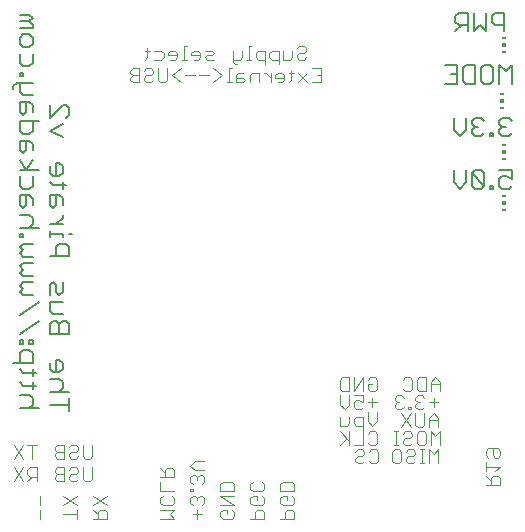
<source format=gbo>
G75*
G70*
%OFA0B0*%
%FSLAX24Y24*%
%IPPOS*%
%LPD*%
%AMOC8*
5,1,8,0,0,1.08239X$1,22.5*
%
%ADD10C,0.0040*%
%ADD11C,0.0060*%
%ADD12C,0.0050*%
%ADD13R,0.0118X0.0059*%
%ADD14R,0.0118X0.0118*%
D10*
X004282Y006309D02*
X004282Y006615D01*
X004282Y006769D02*
X004282Y007076D01*
X004171Y007559D02*
X004171Y008019D01*
X003941Y008019D01*
X003864Y007942D01*
X003864Y007789D01*
X003941Y007712D01*
X004171Y007712D01*
X004017Y007712D02*
X003864Y007559D01*
X003710Y007559D02*
X003404Y008019D01*
X003404Y008309D02*
X003710Y008769D01*
X003864Y008769D02*
X004171Y008769D01*
X004017Y008769D02*
X004017Y008309D01*
X003710Y008309D02*
X003404Y008769D01*
X003710Y008019D02*
X003404Y007559D01*
X004785Y007635D02*
X004861Y007559D01*
X005091Y007559D01*
X005091Y008019D01*
X004861Y008019D01*
X004785Y007942D01*
X004785Y007865D01*
X004861Y007789D01*
X005091Y007789D01*
X005245Y007712D02*
X005245Y007635D01*
X005322Y007559D01*
X005475Y007559D01*
X005552Y007635D01*
X005705Y007635D02*
X005705Y008019D01*
X005552Y007942D02*
X005552Y007865D01*
X005475Y007789D01*
X005322Y007789D01*
X005245Y007712D01*
X005245Y007942D02*
X005322Y008019D01*
X005475Y008019D01*
X005552Y007942D01*
X005475Y008309D02*
X005552Y008385D01*
X005475Y008309D02*
X005322Y008309D01*
X005245Y008385D01*
X005245Y008462D01*
X005322Y008539D01*
X005475Y008539D01*
X005552Y008615D01*
X005552Y008692D01*
X005475Y008769D01*
X005322Y008769D01*
X005245Y008692D01*
X005091Y008769D02*
X004861Y008769D01*
X004785Y008692D01*
X004785Y008615D01*
X004861Y008539D01*
X005091Y008539D01*
X004861Y008539D02*
X004785Y008462D01*
X004785Y008385D01*
X004861Y008309D01*
X005091Y008309D01*
X005091Y008769D01*
X005705Y008769D02*
X005705Y008385D01*
X005782Y008309D01*
X005936Y008309D01*
X006012Y008385D01*
X006012Y008769D01*
X006012Y008019D02*
X006012Y007635D01*
X005936Y007559D01*
X005782Y007559D01*
X005705Y007635D01*
X005513Y007076D02*
X005052Y006769D01*
X005052Y007076D02*
X005513Y006769D01*
X005513Y006615D02*
X005513Y006309D01*
X005513Y006462D02*
X005052Y006462D01*
X006052Y006309D02*
X006513Y006309D01*
X006513Y006539D01*
X006436Y006615D01*
X006282Y006615D01*
X006206Y006539D01*
X006206Y006309D01*
X006206Y006462D02*
X006052Y006615D01*
X006052Y006769D02*
X006513Y007076D01*
X006513Y006769D02*
X006052Y007076D01*
X004861Y007789D02*
X004785Y007712D01*
X004785Y007635D01*
X008302Y007690D02*
X008763Y007690D01*
X008763Y007920D01*
X008686Y007997D01*
X008532Y007997D01*
X008456Y007920D01*
X008456Y007690D01*
X008456Y007843D02*
X008302Y007997D01*
X008302Y007536D02*
X008302Y007229D01*
X008763Y007229D01*
X008686Y007076D02*
X008763Y006999D01*
X008763Y006846D01*
X008686Y006769D01*
X008379Y006769D01*
X008302Y006846D01*
X008302Y006999D01*
X008379Y007076D01*
X008302Y006615D02*
X008763Y006615D01*
X008609Y006462D01*
X008763Y006309D01*
X008302Y006309D01*
X009302Y006846D02*
X009379Y006769D01*
X009302Y006846D02*
X009302Y006999D01*
X009379Y007076D01*
X009456Y007076D01*
X009532Y006999D01*
X009532Y006922D01*
X009532Y006999D02*
X009609Y007076D01*
X009686Y007076D01*
X009763Y006999D01*
X009763Y006846D01*
X009686Y006769D01*
X009532Y006615D02*
X009532Y006309D01*
X009379Y006462D02*
X009686Y006462D01*
X010302Y006385D02*
X010302Y006539D01*
X010379Y006615D01*
X010532Y006615D01*
X010532Y006462D01*
X010379Y006309D02*
X010302Y006385D01*
X010379Y006309D02*
X010686Y006309D01*
X010763Y006385D01*
X010763Y006539D01*
X010686Y006615D01*
X010763Y006769D02*
X010302Y007076D01*
X010763Y007076D01*
X010763Y007229D02*
X010763Y007459D01*
X010686Y007536D01*
X010379Y007536D01*
X010302Y007459D01*
X010302Y007229D01*
X010763Y007229D01*
X010763Y006769D02*
X010302Y006769D01*
X009686Y007459D02*
X009763Y007536D01*
X009763Y007690D01*
X009686Y007766D01*
X009609Y007766D01*
X009532Y007690D01*
X009456Y007766D01*
X009379Y007766D01*
X009302Y007690D01*
X009302Y007536D01*
X009379Y007459D01*
X009379Y007306D02*
X009302Y007306D01*
X009302Y007229D01*
X009379Y007229D01*
X009379Y007306D01*
X009532Y007613D02*
X009532Y007690D01*
X009456Y007920D02*
X009302Y008073D01*
X009456Y008227D01*
X009763Y008227D01*
X009763Y007920D02*
X009456Y007920D01*
X011302Y007459D02*
X011302Y007306D01*
X011379Y007229D01*
X011686Y007229D01*
X011763Y007306D01*
X011763Y007459D01*
X011686Y007536D01*
X011379Y007536D02*
X011302Y007459D01*
X011379Y007076D02*
X011532Y007076D01*
X011532Y006922D01*
X011379Y006769D02*
X011302Y006846D01*
X011302Y006999D01*
X011379Y007076D01*
X011686Y007076D02*
X011763Y006999D01*
X011763Y006846D01*
X011686Y006769D01*
X011379Y006769D01*
X011532Y006615D02*
X011456Y006539D01*
X011456Y006309D01*
X011302Y006309D02*
X011763Y006309D01*
X011763Y006539D01*
X011686Y006615D01*
X011532Y006615D01*
X012302Y006846D02*
X012302Y006999D01*
X012379Y007076D01*
X012532Y007076D01*
X012532Y006922D01*
X012379Y006769D02*
X012302Y006846D01*
X012379Y006769D02*
X012686Y006769D01*
X012763Y006846D01*
X012763Y006999D01*
X012686Y007076D01*
X012763Y007229D02*
X012302Y007229D01*
X012302Y007459D01*
X012379Y007536D01*
X012686Y007536D01*
X012763Y007459D01*
X012763Y007229D01*
X012686Y006615D02*
X012532Y006615D01*
X012456Y006539D01*
X012456Y006309D01*
X012302Y006309D02*
X012763Y006309D01*
X012763Y006539D01*
X012686Y006615D01*
X014795Y008235D02*
X014872Y008159D01*
X015025Y008159D01*
X015102Y008235D01*
X015255Y008235D02*
X015332Y008159D01*
X015486Y008159D01*
X015562Y008235D01*
X015562Y008542D01*
X015486Y008619D01*
X015332Y008619D01*
X015255Y008542D01*
X015102Y008542D02*
X015102Y008465D01*
X015025Y008389D01*
X014872Y008389D01*
X014795Y008312D01*
X014795Y008235D01*
X014795Y008542D02*
X014872Y008619D01*
X015025Y008619D01*
X015102Y008542D01*
X015052Y008759D02*
X014745Y008759D01*
X014591Y008759D02*
X014591Y009219D01*
X014515Y009409D02*
X014285Y009409D01*
X014285Y009715D01*
X014438Y009959D02*
X014285Y010112D01*
X014285Y010419D01*
X014361Y010559D02*
X014285Y010635D01*
X014285Y010942D01*
X014361Y011019D01*
X014591Y011019D01*
X014591Y010559D01*
X014361Y010559D01*
X014591Y010419D02*
X014591Y010112D01*
X014438Y009959D01*
X014591Y009715D02*
X014591Y009485D01*
X014515Y009409D01*
X014745Y009485D02*
X014822Y009409D01*
X015052Y009409D01*
X015052Y009255D02*
X015052Y009715D01*
X014822Y009715D01*
X014745Y009639D01*
X014745Y009485D01*
X015052Y009219D02*
X015052Y008759D01*
X015205Y008835D02*
X015282Y008759D01*
X015436Y008759D01*
X015512Y008835D01*
X015512Y009142D01*
X015436Y009219D01*
X015282Y009219D01*
X015205Y009142D01*
X015359Y009409D02*
X015205Y009562D01*
X015205Y009869D01*
X015052Y010035D02*
X014975Y009959D01*
X014822Y009959D01*
X014745Y010035D01*
X014745Y010189D01*
X014822Y010265D01*
X014898Y010265D01*
X015052Y010189D01*
X015052Y010419D01*
X014745Y010419D01*
X014745Y010559D02*
X014745Y011019D01*
X015052Y011019D02*
X014745Y010559D01*
X015052Y010559D02*
X015052Y011019D01*
X015205Y010942D02*
X015282Y011019D01*
X015436Y011019D01*
X015512Y010942D01*
X015512Y010635D01*
X015436Y010559D01*
X015282Y010559D01*
X015205Y010635D01*
X015205Y010789D01*
X015359Y010789D01*
X015359Y010342D02*
X015359Y010035D01*
X015512Y010189D02*
X015205Y010189D01*
X015512Y009869D02*
X015512Y009562D01*
X015359Y009409D01*
X016078Y009219D02*
X016231Y009219D01*
X016154Y009219D02*
X016154Y008759D01*
X016078Y008759D02*
X016231Y008759D01*
X016258Y008619D02*
X016335Y008542D01*
X016335Y008235D01*
X016258Y008159D01*
X016104Y008159D01*
X016028Y008235D01*
X016028Y008542D01*
X016104Y008619D01*
X016258Y008619D01*
X016488Y008542D02*
X016565Y008619D01*
X016718Y008619D01*
X016795Y008542D01*
X016795Y008465D01*
X016718Y008389D01*
X016565Y008389D01*
X016488Y008312D01*
X016488Y008235D01*
X016565Y008159D01*
X016718Y008159D01*
X016795Y008235D01*
X016948Y008159D02*
X017102Y008159D01*
X017025Y008159D02*
X017025Y008619D01*
X017102Y008619D02*
X016948Y008619D01*
X016922Y008759D02*
X016845Y008835D01*
X016845Y009142D01*
X016922Y009219D01*
X017075Y009219D01*
X017152Y009142D01*
X017152Y008835D01*
X017075Y008759D01*
X016922Y008759D01*
X016691Y008835D02*
X016615Y008759D01*
X016461Y008759D01*
X016385Y008835D01*
X016385Y008912D01*
X016461Y008989D01*
X016615Y008989D01*
X016691Y009065D01*
X016691Y009142D01*
X016615Y009219D01*
X016461Y009219D01*
X016385Y009142D01*
X016335Y009359D02*
X016641Y009819D01*
X016641Y009959D02*
X016565Y009959D01*
X016565Y010035D01*
X016641Y010035D01*
X016641Y009959D01*
X016795Y010035D02*
X016872Y009959D01*
X017025Y009959D01*
X017102Y010035D01*
X017102Y009819D02*
X017102Y009435D01*
X017025Y009359D01*
X016872Y009359D01*
X016795Y009435D01*
X016795Y009819D01*
X016795Y010035D02*
X016795Y010112D01*
X016872Y010189D01*
X016948Y010189D01*
X016872Y010189D02*
X016795Y010265D01*
X016795Y010342D01*
X016872Y010419D01*
X017025Y010419D01*
X017102Y010342D01*
X017255Y010189D02*
X017562Y010189D01*
X017409Y010342D02*
X017409Y010035D01*
X017409Y009819D02*
X017255Y009665D01*
X017255Y009359D01*
X017305Y009219D02*
X017459Y009065D01*
X017612Y009219D01*
X017612Y008759D01*
X017562Y008619D02*
X017409Y008465D01*
X017255Y008619D01*
X017255Y008159D01*
X017562Y008159D02*
X017562Y008619D01*
X017305Y008759D02*
X017305Y009219D01*
X017562Y009359D02*
X017562Y009665D01*
X017409Y009819D01*
X017562Y009589D02*
X017255Y009589D01*
X016641Y009359D02*
X016335Y009819D01*
X016335Y009959D02*
X016411Y010035D01*
X016335Y009959D02*
X016181Y009959D01*
X016104Y010035D01*
X016104Y010112D01*
X016181Y010189D01*
X016258Y010189D01*
X016181Y010189D02*
X016104Y010265D01*
X016104Y010342D01*
X016181Y010419D01*
X016335Y010419D01*
X016411Y010342D01*
X016461Y010559D02*
X016385Y010635D01*
X016461Y010559D02*
X016615Y010559D01*
X016691Y010635D01*
X016691Y010942D01*
X016615Y011019D01*
X016461Y011019D01*
X016385Y010942D01*
X016845Y010942D02*
X016845Y010635D01*
X016922Y010559D01*
X017152Y010559D01*
X017152Y011019D01*
X016922Y011019D01*
X016845Y010942D01*
X017305Y010865D02*
X017305Y010559D01*
X017305Y010789D02*
X017612Y010789D01*
X017612Y010865D02*
X017459Y011019D01*
X017305Y010865D01*
X017612Y010865D02*
X017612Y010559D01*
X019229Y008655D02*
X019152Y008578D01*
X019152Y008425D01*
X019229Y008348D01*
X019152Y008195D02*
X019152Y007888D01*
X019152Y008041D02*
X019613Y008041D01*
X019459Y007888D01*
X019536Y007734D02*
X019382Y007734D01*
X019306Y007658D01*
X019306Y007427D01*
X019152Y007427D02*
X019613Y007427D01*
X019613Y007658D01*
X019536Y007734D01*
X019306Y007581D02*
X019152Y007734D01*
X019459Y008348D02*
X019382Y008425D01*
X019382Y008655D01*
X019229Y008655D02*
X019536Y008655D01*
X019613Y008578D01*
X019613Y008425D01*
X019536Y008348D01*
X019459Y008348D01*
X014591Y008912D02*
X014285Y009219D01*
X014515Y008989D02*
X014285Y008759D01*
X013662Y020859D02*
X013355Y020859D01*
X013202Y020859D02*
X012895Y021165D01*
X012741Y021165D02*
X012588Y021165D01*
X012665Y021242D02*
X012665Y020935D01*
X012588Y020859D01*
X012435Y020935D02*
X012435Y021089D01*
X012358Y021165D01*
X012204Y021165D01*
X012128Y021089D01*
X012128Y021012D01*
X012435Y021012D01*
X012435Y020935D02*
X012358Y020859D01*
X012204Y020859D01*
X011974Y020859D02*
X011974Y021165D01*
X011974Y021012D02*
X011821Y021165D01*
X011744Y021165D01*
X011591Y021165D02*
X011360Y021165D01*
X011284Y021089D01*
X011284Y020859D01*
X011130Y020935D02*
X011054Y021012D01*
X010823Y021012D01*
X010823Y021089D02*
X010823Y020859D01*
X011054Y020859D01*
X011130Y020935D01*
X011054Y021165D02*
X010900Y021165D01*
X010823Y021089D01*
X010670Y021319D02*
X010593Y021319D01*
X010593Y020859D01*
X010670Y020859D02*
X010516Y020859D01*
X010363Y021089D02*
X010056Y020859D01*
X009903Y021089D02*
X009596Y021089D01*
X009442Y021089D02*
X009135Y021089D01*
X008982Y021319D02*
X008675Y021089D01*
X008982Y020859D01*
X008522Y020935D02*
X008522Y021319D01*
X008215Y021319D02*
X008215Y020935D01*
X008291Y020859D01*
X008445Y020859D01*
X008522Y020935D01*
X008061Y020935D02*
X007985Y020859D01*
X007831Y020859D01*
X007754Y020935D01*
X007754Y021012D01*
X007831Y021089D01*
X007985Y021089D01*
X008061Y021165D01*
X008061Y021242D01*
X007985Y021319D01*
X007831Y021319D01*
X007754Y021242D01*
X007601Y021319D02*
X007371Y021319D01*
X007294Y021242D01*
X007294Y021165D01*
X007371Y021089D01*
X007601Y021089D01*
X007601Y020859D02*
X007601Y021319D01*
X007371Y021089D02*
X007294Y021012D01*
X007294Y020935D01*
X007371Y020859D01*
X007601Y020859D01*
X007791Y021609D02*
X007868Y021685D01*
X007868Y021992D01*
X007945Y021915D02*
X007791Y021915D01*
X008098Y021915D02*
X008329Y021915D01*
X008405Y021839D01*
X008405Y021685D01*
X008329Y021609D01*
X008098Y021609D01*
X008559Y021762D02*
X008866Y021762D01*
X008866Y021839D02*
X008789Y021915D01*
X008635Y021915D01*
X008559Y021839D01*
X008559Y021762D01*
X008635Y021609D02*
X008789Y021609D01*
X008866Y021685D01*
X008866Y021839D01*
X009019Y021609D02*
X009172Y021609D01*
X009096Y021609D02*
X009096Y022069D01*
X009172Y022069D01*
X009326Y021839D02*
X009326Y021762D01*
X009633Y021762D01*
X009633Y021839D02*
X009556Y021915D01*
X009403Y021915D01*
X009326Y021839D01*
X009403Y021609D02*
X009556Y021609D01*
X009633Y021685D01*
X009633Y021839D01*
X009786Y021915D02*
X010016Y021915D01*
X010093Y021839D01*
X010016Y021762D01*
X009863Y021762D01*
X009786Y021685D01*
X009863Y021609D01*
X010093Y021609D01*
X010056Y021319D02*
X010363Y021089D01*
X010784Y021455D02*
X010860Y021455D01*
X010784Y021455D02*
X010707Y021532D01*
X010707Y021915D01*
X010707Y021609D02*
X010937Y021609D01*
X011014Y021685D01*
X011014Y021915D01*
X011244Y022069D02*
X011244Y021609D01*
X011321Y021609D02*
X011167Y021609D01*
X011474Y021685D02*
X011474Y021839D01*
X011551Y021915D01*
X011781Y021915D01*
X011781Y021455D01*
X011781Y021609D02*
X011551Y021609D01*
X011474Y021685D01*
X011321Y022069D02*
X011244Y022069D01*
X011935Y021839D02*
X011935Y021685D01*
X012011Y021609D01*
X012241Y021609D01*
X012241Y021455D02*
X012241Y021915D01*
X012011Y021915D01*
X011935Y021839D01*
X012395Y021915D02*
X012395Y021609D01*
X012625Y021609D01*
X012702Y021685D01*
X012702Y021915D01*
X012855Y021992D02*
X012932Y022069D01*
X013086Y022069D01*
X013162Y021992D01*
X013162Y021915D01*
X013086Y021839D01*
X012932Y021839D01*
X012855Y021762D01*
X012855Y021685D01*
X012932Y021609D01*
X013086Y021609D01*
X013162Y021685D01*
X013355Y021319D02*
X013662Y021319D01*
X013662Y020859D01*
X013662Y021089D02*
X013509Y021089D01*
X013202Y021165D02*
X012895Y020859D01*
X011591Y020859D02*
X011591Y021165D01*
D11*
X005359Y015806D02*
X005253Y015806D01*
X005039Y015806D02*
X004612Y015806D01*
X004612Y015699D02*
X004612Y015913D01*
X004612Y016129D02*
X005039Y016129D01*
X005039Y016342D02*
X005039Y016449D01*
X005039Y016342D02*
X004826Y016129D01*
X005039Y015806D02*
X005039Y015699D01*
X004932Y015482D02*
X004826Y015375D01*
X004826Y015055D01*
X004612Y015055D02*
X005253Y015055D01*
X005253Y015375D01*
X005146Y015482D01*
X004932Y015482D01*
X004253Y016013D02*
X003612Y016013D01*
X003612Y015798D02*
X003612Y015691D01*
X003719Y015691D01*
X003719Y015798D01*
X003612Y015798D01*
X003719Y015474D02*
X004039Y015474D01*
X003719Y015474D02*
X003612Y015367D01*
X003719Y015260D01*
X003612Y015153D01*
X003719Y015047D01*
X004039Y015047D01*
X004039Y014829D02*
X003719Y014829D01*
X003612Y014722D01*
X003719Y014616D01*
X003612Y014509D01*
X003719Y014402D01*
X004039Y014402D01*
X004039Y014185D02*
X003719Y014185D01*
X003612Y014078D01*
X003719Y013971D01*
X003612Y013864D01*
X003719Y013758D01*
X004039Y013758D01*
X004253Y013540D02*
X003612Y013113D01*
X003612Y012469D02*
X004253Y012896D01*
X004612Y012797D02*
X004612Y012476D01*
X005253Y012476D01*
X005253Y012797D01*
X005146Y012903D01*
X005039Y012903D01*
X004932Y012797D01*
X004932Y012476D01*
X004932Y012797D02*
X004826Y012903D01*
X004719Y012903D01*
X004612Y012797D01*
X004719Y013121D02*
X004612Y013228D01*
X004612Y013548D01*
X005039Y013548D01*
X004932Y013766D02*
X005039Y013872D01*
X005039Y014193D01*
X004826Y014086D02*
X004826Y013872D01*
X004932Y013766D01*
X004612Y013766D02*
X004612Y014086D01*
X004719Y014193D01*
X004826Y014086D01*
X004719Y013121D02*
X005039Y013121D01*
X004039Y012253D02*
X003932Y012253D01*
X003932Y012146D01*
X004039Y012146D01*
X004039Y012253D01*
X003719Y012253D02*
X003612Y012253D01*
X003612Y012146D01*
X003719Y012146D01*
X003719Y012253D01*
X003719Y011929D02*
X003612Y011822D01*
X003612Y011502D01*
X003399Y011502D02*
X004039Y011502D01*
X004039Y011822D01*
X003932Y011929D01*
X003719Y011929D01*
X003612Y011286D02*
X003719Y011179D01*
X004146Y011179D01*
X004039Y011072D02*
X004039Y011286D01*
X004039Y010856D02*
X004039Y010642D01*
X004146Y010749D02*
X003719Y010749D01*
X003612Y010856D01*
X003612Y010425D02*
X003932Y010425D01*
X004039Y010318D01*
X004039Y010105D01*
X003932Y009998D01*
X003612Y009998D02*
X004253Y009998D01*
X004612Y010112D02*
X005253Y010112D01*
X005253Y010325D02*
X005253Y009898D01*
X005253Y010543D02*
X004612Y010543D01*
X004932Y010543D02*
X005039Y010650D01*
X005039Y010863D01*
X004932Y010970D01*
X004612Y010970D01*
X004719Y011187D02*
X004932Y011187D01*
X005039Y011294D01*
X005039Y011508D01*
X004932Y011614D01*
X004826Y011614D01*
X004826Y011187D01*
X004719Y011187D02*
X004612Y011294D01*
X004612Y011508D01*
X003932Y016013D02*
X004039Y016120D01*
X004039Y016334D01*
X003932Y016440D01*
X003612Y016440D01*
X003719Y016658D02*
X003826Y016765D01*
X003826Y017085D01*
X003932Y017085D02*
X003612Y017085D01*
X003612Y016765D01*
X003719Y016658D01*
X004039Y016765D02*
X004039Y016978D01*
X003932Y017085D01*
X003932Y017302D02*
X003719Y017302D01*
X003612Y017409D01*
X003612Y017729D01*
X003612Y017947D02*
X004253Y017947D01*
X004039Y017729D02*
X004039Y017409D01*
X003932Y017302D01*
X003826Y017947D02*
X004039Y018267D01*
X004039Y018591D02*
X004039Y018804D01*
X003932Y018911D01*
X003612Y018911D01*
X003612Y018591D01*
X003719Y018484D01*
X003826Y018591D01*
X003826Y018911D01*
X003719Y019129D02*
X003932Y019129D01*
X004039Y019235D01*
X004039Y019556D01*
X004253Y019556D02*
X003612Y019556D01*
X003612Y019235D01*
X003719Y019129D01*
X003719Y019773D02*
X003826Y019880D01*
X003826Y020200D01*
X003932Y020200D02*
X003612Y020200D01*
X003612Y019880D01*
X003719Y019773D01*
X004039Y019880D02*
X004039Y020093D01*
X003932Y020200D01*
X004039Y020418D02*
X003719Y020418D01*
X003612Y020524D01*
X003612Y020845D01*
X003505Y020845D02*
X003399Y020738D01*
X003399Y020631D01*
X003505Y020845D02*
X004039Y020845D01*
X003719Y021062D02*
X003719Y021169D01*
X003612Y021169D01*
X003612Y021062D01*
X003719Y021062D01*
X003719Y021384D02*
X003612Y021491D01*
X003612Y021811D01*
X003719Y022029D02*
X003612Y022136D01*
X003612Y022349D01*
X003719Y022456D01*
X003932Y022456D01*
X004039Y022349D01*
X004039Y022136D01*
X003932Y022029D01*
X003719Y022029D01*
X004039Y021811D02*
X004039Y021491D01*
X003932Y021384D01*
X003719Y021384D01*
X003612Y022674D02*
X004039Y022674D01*
X004039Y022780D01*
X003932Y022887D01*
X004039Y022994D01*
X003932Y023101D01*
X003612Y023101D01*
X003612Y022887D02*
X003932Y022887D01*
X004612Y020101D02*
X004612Y019674D01*
X005039Y020101D01*
X005146Y020101D01*
X005253Y019994D01*
X005253Y019780D01*
X005146Y019674D01*
X005039Y019456D02*
X004612Y019243D01*
X005039Y019029D01*
X004932Y018167D02*
X004826Y018167D01*
X004826Y017740D01*
X004932Y017740D02*
X005039Y017847D01*
X005039Y018060D01*
X004932Y018167D01*
X004612Y018060D02*
X004612Y017847D01*
X004719Y017740D01*
X004932Y017740D01*
X005039Y017524D02*
X005039Y017310D01*
X005146Y017417D02*
X004719Y017417D01*
X004612Y017524D01*
X004612Y017093D02*
X004612Y016773D01*
X004719Y016666D01*
X004826Y016773D01*
X004826Y017093D01*
X004932Y017093D02*
X004612Y017093D01*
X004932Y017093D02*
X005039Y016986D01*
X005039Y016773D01*
X003826Y017947D02*
X003612Y018267D01*
D12*
X017777Y020814D02*
X018184Y020814D01*
X018184Y021424D01*
X017777Y021424D01*
X017981Y021119D02*
X018184Y021119D01*
X018385Y021322D02*
X018385Y020915D01*
X018487Y020814D01*
X018792Y020814D01*
X018792Y021424D01*
X018487Y021424D01*
X018385Y021322D01*
X018992Y021322D02*
X018992Y020915D01*
X019094Y020814D01*
X019298Y020814D01*
X019399Y020915D01*
X019399Y021322D01*
X019298Y021424D01*
X019094Y021424D01*
X018992Y021322D01*
X019600Y021424D02*
X019600Y020814D01*
X020007Y020814D02*
X020007Y021424D01*
X019804Y021221D01*
X019600Y021424D01*
X019757Y022564D02*
X019757Y023174D01*
X019452Y023174D01*
X019350Y023072D01*
X019350Y022869D01*
X019452Y022767D01*
X019757Y022767D01*
X019149Y022564D02*
X018946Y022767D01*
X018742Y022564D01*
X018742Y023174D01*
X018542Y023174D02*
X018237Y023174D01*
X018135Y023072D01*
X018135Y022869D01*
X018237Y022767D01*
X018542Y022767D01*
X018542Y022564D02*
X018542Y023174D01*
X018338Y022767D02*
X018135Y022564D01*
X019149Y022564D02*
X019149Y023174D01*
X018994Y019674D02*
X018790Y019674D01*
X018689Y019572D01*
X018689Y019471D01*
X018790Y019369D01*
X018689Y019267D01*
X018689Y019165D01*
X018790Y019064D01*
X018994Y019064D01*
X019096Y019165D01*
X019298Y019165D02*
X019298Y019064D01*
X019399Y019064D01*
X019399Y019165D01*
X019298Y019165D01*
X019600Y019165D02*
X019600Y019267D01*
X019702Y019369D01*
X019804Y019369D01*
X019702Y019369D02*
X019600Y019471D01*
X019600Y019572D01*
X019702Y019674D01*
X019905Y019674D01*
X020007Y019572D01*
X020007Y019165D02*
X019905Y019064D01*
X019702Y019064D01*
X019600Y019165D01*
X019096Y019572D02*
X018994Y019674D01*
X018892Y019369D02*
X018790Y019369D01*
X018488Y019267D02*
X018488Y019674D01*
X018488Y019267D02*
X018284Y019064D01*
X018081Y019267D01*
X018081Y019674D01*
X018081Y017924D02*
X018081Y017517D01*
X018284Y017314D01*
X018488Y017517D01*
X018488Y017924D01*
X018689Y017822D02*
X019096Y017415D01*
X018994Y017314D01*
X018790Y017314D01*
X018689Y017415D01*
X018689Y017822D01*
X018790Y017924D01*
X018994Y017924D01*
X019096Y017822D01*
X019096Y017415D01*
X019298Y017415D02*
X019298Y017314D01*
X019399Y017314D01*
X019399Y017415D01*
X019298Y017415D01*
X019600Y017415D02*
X019702Y017314D01*
X019905Y017314D01*
X020007Y017415D01*
X020007Y017619D02*
X019804Y017721D01*
X019702Y017721D01*
X019600Y017619D01*
X019600Y017415D01*
X020007Y017619D02*
X020007Y017924D01*
X019600Y017924D01*
D13*
X019741Y018302D03*
X019741Y018775D03*
X019691Y020002D03*
X019691Y020475D03*
X019741Y021852D03*
X019741Y022325D03*
X019741Y017075D03*
X019741Y016602D03*
D14*
X019741Y016839D03*
X019741Y018539D03*
X019691Y020239D03*
X019741Y022089D03*
M02*

</source>
